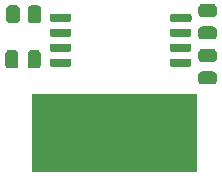
<source format=gts>
G04 #@! TF.GenerationSoftware,KiCad,Pcbnew,7.0.11*
G04 #@! TF.CreationDate,2025-05-05T07:07:12+10:00*
G04 #@! TF.ProjectId,MAP Card,4d415020-4361-4726-942e-6b696361645f,rev?*
G04 #@! TF.SameCoordinates,Original*
G04 #@! TF.FileFunction,Soldermask,Top*
G04 #@! TF.FilePolarity,Negative*
%FSLAX46Y46*%
G04 Gerber Fmt 4.6, Leading zero omitted, Abs format (unit mm)*
G04 Created by KiCad (PCBNEW 7.0.11) date 2025-05-05 07:07:12*
%MOMM*%
%LPD*%
G01*
G04 APERTURE LIST*
G04 APERTURE END LIST*
G36*
X160654056Y-105156000D02*
G01*
X160655000Y-105156000D01*
X160655000Y-105156406D01*
X160657890Y-105159742D01*
X160660000Y-105169437D01*
X160660000Y-111742026D01*
X160655000Y-111759053D01*
X160655000Y-111760000D01*
X160654593Y-111760000D01*
X160651257Y-111762890D01*
X160641562Y-111765000D01*
X146702973Y-111765000D01*
X146685946Y-111760000D01*
X146685000Y-111760000D01*
X146685000Y-111759594D01*
X146682109Y-111756257D01*
X146680000Y-111746562D01*
X146680000Y-105173973D01*
X146685000Y-105156942D01*
X146685000Y-105156000D01*
X146685405Y-105156000D01*
X146688742Y-105153109D01*
X146698438Y-105151000D01*
X160637027Y-105151000D01*
X160654056Y-105156000D01*
G37*
G36*
X162087914Y-103276995D02*
G01*
X162103726Y-103283976D01*
X162111531Y-103285213D01*
X162144039Y-103301776D01*
X162189106Y-103321676D01*
X162267324Y-103399894D01*
X162287226Y-103444967D01*
X162303786Y-103477468D01*
X162305021Y-103485270D01*
X162312005Y-103501086D01*
X162320000Y-103570000D01*
X162320000Y-104070000D01*
X162312005Y-104138914D01*
X162305021Y-104154729D01*
X162303786Y-104162531D01*
X162287229Y-104195024D01*
X162267324Y-104240106D01*
X162189106Y-104318324D01*
X162144024Y-104338229D01*
X162111531Y-104354786D01*
X162103729Y-104356021D01*
X162087914Y-104363005D01*
X162019000Y-104371000D01*
X161069000Y-104371000D01*
X161000086Y-104363005D01*
X160984270Y-104356021D01*
X160976468Y-104354786D01*
X160943967Y-104338226D01*
X160898894Y-104318324D01*
X160820676Y-104240106D01*
X160800776Y-104195039D01*
X160784213Y-104162531D01*
X160782976Y-104154726D01*
X160775995Y-104138914D01*
X160768000Y-104070000D01*
X160768000Y-103570000D01*
X160775995Y-103501086D01*
X160782976Y-103485274D01*
X160784213Y-103477468D01*
X160800780Y-103444953D01*
X160820676Y-103399894D01*
X160898894Y-103321676D01*
X160943953Y-103301780D01*
X160976468Y-103285213D01*
X160984274Y-103283976D01*
X161000086Y-103276995D01*
X161069000Y-103269000D01*
X162019000Y-103269000D01*
X162087914Y-103276995D01*
G37*
G36*
X145291914Y-101466995D02*
G01*
X145307726Y-101473976D01*
X145315531Y-101475213D01*
X145348039Y-101491776D01*
X145393106Y-101511676D01*
X145471324Y-101589894D01*
X145491226Y-101634967D01*
X145507786Y-101667468D01*
X145509021Y-101675270D01*
X145516005Y-101691086D01*
X145524000Y-101760000D01*
X145524000Y-102710000D01*
X145516005Y-102778914D01*
X145509021Y-102794729D01*
X145507786Y-102802531D01*
X145491229Y-102835024D01*
X145471324Y-102880106D01*
X145393106Y-102958324D01*
X145348024Y-102978229D01*
X145315531Y-102994786D01*
X145307729Y-102996021D01*
X145291914Y-103003005D01*
X145223000Y-103011000D01*
X144723000Y-103011000D01*
X144654086Y-103003005D01*
X144638270Y-102996021D01*
X144630468Y-102994786D01*
X144597967Y-102978226D01*
X144552894Y-102958324D01*
X144474676Y-102880106D01*
X144454776Y-102835039D01*
X144438213Y-102802531D01*
X144436976Y-102794726D01*
X144429995Y-102778914D01*
X144422000Y-102710000D01*
X144422000Y-101760000D01*
X144429995Y-101691086D01*
X144436976Y-101675274D01*
X144438213Y-101667468D01*
X144454780Y-101634953D01*
X144474676Y-101589894D01*
X144552894Y-101511676D01*
X144597953Y-101491780D01*
X144630468Y-101475213D01*
X144638274Y-101473976D01*
X144654086Y-101466995D01*
X144723000Y-101459000D01*
X145223000Y-101459000D01*
X145291914Y-101466995D01*
G37*
G36*
X147191914Y-101466995D02*
G01*
X147207726Y-101473976D01*
X147215531Y-101475213D01*
X147248039Y-101491776D01*
X147293106Y-101511676D01*
X147371324Y-101589894D01*
X147391226Y-101634967D01*
X147407786Y-101667468D01*
X147409021Y-101675270D01*
X147416005Y-101691086D01*
X147424000Y-101760000D01*
X147424000Y-102710000D01*
X147416005Y-102778914D01*
X147409021Y-102794729D01*
X147407786Y-102802531D01*
X147391229Y-102835024D01*
X147371324Y-102880106D01*
X147293106Y-102958324D01*
X147248024Y-102978229D01*
X147215531Y-102994786D01*
X147207729Y-102996021D01*
X147191914Y-103003005D01*
X147123000Y-103011000D01*
X146623000Y-103011000D01*
X146554086Y-103003005D01*
X146538270Y-102996021D01*
X146530468Y-102994786D01*
X146497967Y-102978226D01*
X146452894Y-102958324D01*
X146374676Y-102880106D01*
X146354776Y-102835039D01*
X146338213Y-102802531D01*
X146336976Y-102794726D01*
X146329995Y-102778914D01*
X146322000Y-102710000D01*
X146322000Y-101760000D01*
X146329995Y-101691086D01*
X146336976Y-101675274D01*
X146338213Y-101667468D01*
X146354780Y-101634953D01*
X146374676Y-101589894D01*
X146452894Y-101511676D01*
X146497953Y-101491780D01*
X146530468Y-101475213D01*
X146538274Y-101473976D01*
X146554086Y-101466995D01*
X146623000Y-101459000D01*
X147123000Y-101459000D01*
X147191914Y-101466995D01*
G37*
G36*
X149826540Y-102187190D02*
G01*
X149859487Y-102191528D01*
X149867774Y-102195392D01*
X149887419Y-102199300D01*
X149913438Y-102216686D01*
X149924680Y-102221928D01*
X149931519Y-102228767D01*
X149952628Y-102242872D01*
X149966732Y-102263980D01*
X149973571Y-102270819D01*
X149978812Y-102282058D01*
X149996200Y-102308081D01*
X150000107Y-102327727D01*
X150003971Y-102336012D01*
X150008306Y-102368946D01*
X150011500Y-102385000D01*
X150011500Y-102685000D01*
X150008306Y-102701054D01*
X150003971Y-102733987D01*
X150000108Y-102742270D01*
X149996200Y-102761919D01*
X149978810Y-102787943D01*
X149973571Y-102799180D01*
X149966734Y-102806016D01*
X149952628Y-102827128D01*
X149931516Y-102841234D01*
X149924680Y-102848071D01*
X149913443Y-102853310D01*
X149887419Y-102870700D01*
X149867770Y-102874608D01*
X149859487Y-102878471D01*
X149826554Y-102882806D01*
X149810500Y-102886000D01*
X148385500Y-102886000D01*
X148369446Y-102882806D01*
X148336512Y-102878471D01*
X148328227Y-102874607D01*
X148308581Y-102870700D01*
X148282558Y-102853312D01*
X148271319Y-102848071D01*
X148264480Y-102841232D01*
X148243372Y-102827128D01*
X148229267Y-102806019D01*
X148222428Y-102799180D01*
X148217186Y-102787938D01*
X148199800Y-102761919D01*
X148195892Y-102742274D01*
X148192028Y-102733987D01*
X148187690Y-102701040D01*
X148184500Y-102685000D01*
X148184500Y-102385000D01*
X148187690Y-102368961D01*
X148192028Y-102336012D01*
X148195892Y-102327723D01*
X148199800Y-102308081D01*
X148217184Y-102282063D01*
X148222428Y-102270819D01*
X148229269Y-102263977D01*
X148243372Y-102242872D01*
X148264477Y-102228769D01*
X148271319Y-102221928D01*
X148282563Y-102216684D01*
X148308581Y-102199300D01*
X148328223Y-102195392D01*
X148336512Y-102191528D01*
X148369461Y-102187190D01*
X148385500Y-102184000D01*
X149810500Y-102184000D01*
X149826540Y-102187190D01*
G37*
G36*
X159986540Y-102187190D02*
G01*
X160019487Y-102191528D01*
X160027774Y-102195392D01*
X160047419Y-102199300D01*
X160073438Y-102216686D01*
X160084680Y-102221928D01*
X160091519Y-102228767D01*
X160112628Y-102242872D01*
X160126732Y-102263980D01*
X160133571Y-102270819D01*
X160138812Y-102282058D01*
X160156200Y-102308081D01*
X160160107Y-102327727D01*
X160163971Y-102336012D01*
X160168306Y-102368946D01*
X160171500Y-102385000D01*
X160171500Y-102685000D01*
X160168306Y-102701054D01*
X160163971Y-102733987D01*
X160160108Y-102742270D01*
X160156200Y-102761919D01*
X160138810Y-102787943D01*
X160133571Y-102799180D01*
X160126734Y-102806016D01*
X160112628Y-102827128D01*
X160091516Y-102841234D01*
X160084680Y-102848071D01*
X160073443Y-102853310D01*
X160047419Y-102870700D01*
X160027770Y-102874608D01*
X160019487Y-102878471D01*
X159986554Y-102882806D01*
X159970500Y-102886000D01*
X158545500Y-102886000D01*
X158529446Y-102882806D01*
X158496512Y-102878471D01*
X158488227Y-102874607D01*
X158468581Y-102870700D01*
X158442558Y-102853312D01*
X158431319Y-102848071D01*
X158424480Y-102841232D01*
X158403372Y-102827128D01*
X158389267Y-102806019D01*
X158382428Y-102799180D01*
X158377186Y-102787938D01*
X158359800Y-102761919D01*
X158355892Y-102742274D01*
X158352028Y-102733987D01*
X158347690Y-102701040D01*
X158344500Y-102685000D01*
X158344500Y-102385000D01*
X158347690Y-102368961D01*
X158352028Y-102336012D01*
X158355892Y-102327723D01*
X158359800Y-102308081D01*
X158377184Y-102282063D01*
X158382428Y-102270819D01*
X158389269Y-102263977D01*
X158403372Y-102242872D01*
X158424477Y-102228769D01*
X158431319Y-102221928D01*
X158442563Y-102216684D01*
X158468581Y-102199300D01*
X158488223Y-102195392D01*
X158496512Y-102191528D01*
X158529461Y-102187190D01*
X158545500Y-102184000D01*
X159970500Y-102184000D01*
X159986540Y-102187190D01*
G37*
G36*
X162087914Y-101376995D02*
G01*
X162103726Y-101383976D01*
X162111531Y-101385213D01*
X162144039Y-101401776D01*
X162189106Y-101421676D01*
X162267324Y-101499894D01*
X162287226Y-101544967D01*
X162303786Y-101577468D01*
X162305021Y-101585270D01*
X162312005Y-101601086D01*
X162320000Y-101670000D01*
X162320000Y-102170000D01*
X162312005Y-102238914D01*
X162305021Y-102254729D01*
X162303786Y-102262531D01*
X162287229Y-102295024D01*
X162267324Y-102340106D01*
X162189106Y-102418324D01*
X162144024Y-102438229D01*
X162111531Y-102454786D01*
X162103729Y-102456021D01*
X162087914Y-102463005D01*
X162019000Y-102471000D01*
X161069000Y-102471000D01*
X161000086Y-102463005D01*
X160984270Y-102456021D01*
X160976468Y-102454786D01*
X160943967Y-102438226D01*
X160898894Y-102418324D01*
X160820676Y-102340106D01*
X160800776Y-102295039D01*
X160784213Y-102262531D01*
X160782976Y-102254726D01*
X160775995Y-102238914D01*
X160768000Y-102170000D01*
X160768000Y-101670000D01*
X160775995Y-101601086D01*
X160782976Y-101585274D01*
X160784213Y-101577468D01*
X160800780Y-101544953D01*
X160820676Y-101499894D01*
X160898894Y-101421676D01*
X160943953Y-101401780D01*
X160976468Y-101385213D01*
X160984274Y-101383976D01*
X161000086Y-101376995D01*
X161069000Y-101369000D01*
X162019000Y-101369000D01*
X162087914Y-101376995D01*
G37*
G36*
X149826540Y-100917190D02*
G01*
X149859487Y-100921528D01*
X149867774Y-100925392D01*
X149887419Y-100929300D01*
X149913438Y-100946686D01*
X149924680Y-100951928D01*
X149931519Y-100958767D01*
X149952628Y-100972872D01*
X149966732Y-100993980D01*
X149973571Y-101000819D01*
X149978812Y-101012058D01*
X149996200Y-101038081D01*
X150000107Y-101057727D01*
X150003971Y-101066012D01*
X150008306Y-101098946D01*
X150011500Y-101115000D01*
X150011500Y-101415000D01*
X150008306Y-101431054D01*
X150003971Y-101463987D01*
X150000108Y-101472270D01*
X149996200Y-101491919D01*
X149978810Y-101517943D01*
X149973571Y-101529180D01*
X149966734Y-101536016D01*
X149952628Y-101557128D01*
X149931516Y-101571234D01*
X149924680Y-101578071D01*
X149913443Y-101583310D01*
X149887419Y-101600700D01*
X149867770Y-101604608D01*
X149859487Y-101608471D01*
X149826554Y-101612806D01*
X149810500Y-101616000D01*
X148385500Y-101616000D01*
X148369446Y-101612806D01*
X148336512Y-101608471D01*
X148328227Y-101604607D01*
X148308581Y-101600700D01*
X148282558Y-101583312D01*
X148271319Y-101578071D01*
X148264480Y-101571232D01*
X148243372Y-101557128D01*
X148229267Y-101536019D01*
X148222428Y-101529180D01*
X148217186Y-101517938D01*
X148199800Y-101491919D01*
X148195892Y-101472274D01*
X148192028Y-101463987D01*
X148187690Y-101431040D01*
X148184500Y-101415000D01*
X148184500Y-101115000D01*
X148187690Y-101098961D01*
X148192028Y-101066012D01*
X148195892Y-101057723D01*
X148199800Y-101038081D01*
X148217184Y-101012063D01*
X148222428Y-101000819D01*
X148229269Y-100993977D01*
X148243372Y-100972872D01*
X148264477Y-100958769D01*
X148271319Y-100951928D01*
X148282563Y-100946684D01*
X148308581Y-100929300D01*
X148328223Y-100925392D01*
X148336512Y-100921528D01*
X148369461Y-100917190D01*
X148385500Y-100914000D01*
X149810500Y-100914000D01*
X149826540Y-100917190D01*
G37*
G36*
X159986540Y-100917190D02*
G01*
X160019487Y-100921528D01*
X160027774Y-100925392D01*
X160047419Y-100929300D01*
X160073438Y-100946686D01*
X160084680Y-100951928D01*
X160091519Y-100958767D01*
X160112628Y-100972872D01*
X160126732Y-100993980D01*
X160133571Y-101000819D01*
X160138812Y-101012058D01*
X160156200Y-101038081D01*
X160160107Y-101057727D01*
X160163971Y-101066012D01*
X160168306Y-101098946D01*
X160171500Y-101115000D01*
X160171500Y-101415000D01*
X160168306Y-101431054D01*
X160163971Y-101463987D01*
X160160108Y-101472270D01*
X160156200Y-101491919D01*
X160138810Y-101517943D01*
X160133571Y-101529180D01*
X160126734Y-101536016D01*
X160112628Y-101557128D01*
X160091516Y-101571234D01*
X160084680Y-101578071D01*
X160073443Y-101583310D01*
X160047419Y-101600700D01*
X160027770Y-101604608D01*
X160019487Y-101608471D01*
X159986554Y-101612806D01*
X159970500Y-101616000D01*
X158545500Y-101616000D01*
X158529446Y-101612806D01*
X158496512Y-101608471D01*
X158488227Y-101604607D01*
X158468581Y-101600700D01*
X158442558Y-101583312D01*
X158431319Y-101578071D01*
X158424480Y-101571232D01*
X158403372Y-101557128D01*
X158389267Y-101536019D01*
X158382428Y-101529180D01*
X158377186Y-101517938D01*
X158359800Y-101491919D01*
X158355892Y-101472274D01*
X158352028Y-101463987D01*
X158347690Y-101431040D01*
X158344500Y-101415000D01*
X158344500Y-101115000D01*
X158347690Y-101098961D01*
X158352028Y-101066012D01*
X158355892Y-101057723D01*
X158359800Y-101038081D01*
X158377184Y-101012063D01*
X158382428Y-101000819D01*
X158389269Y-100993977D01*
X158403372Y-100972872D01*
X158424477Y-100958769D01*
X158431319Y-100951928D01*
X158442563Y-100946684D01*
X158468581Y-100929300D01*
X158488223Y-100925392D01*
X158496512Y-100921528D01*
X158529461Y-100917190D01*
X158545500Y-100914000D01*
X159970500Y-100914000D01*
X159986540Y-100917190D01*
G37*
G36*
X162087914Y-99466995D02*
G01*
X162103726Y-99473976D01*
X162111531Y-99475213D01*
X162144039Y-99491776D01*
X162189106Y-99511676D01*
X162267324Y-99589894D01*
X162287226Y-99634967D01*
X162303786Y-99667468D01*
X162305021Y-99675270D01*
X162312005Y-99691086D01*
X162320000Y-99760000D01*
X162320000Y-100260000D01*
X162312005Y-100328914D01*
X162305021Y-100344729D01*
X162303786Y-100352531D01*
X162287229Y-100385024D01*
X162267324Y-100430106D01*
X162189106Y-100508324D01*
X162144024Y-100528229D01*
X162111531Y-100544786D01*
X162103729Y-100546021D01*
X162087914Y-100553005D01*
X162019000Y-100561000D01*
X161069000Y-100561000D01*
X161000086Y-100553005D01*
X160984270Y-100546021D01*
X160976468Y-100544786D01*
X160943967Y-100528226D01*
X160898894Y-100508324D01*
X160820676Y-100430106D01*
X160800776Y-100385039D01*
X160784213Y-100352531D01*
X160782976Y-100344726D01*
X160775995Y-100328914D01*
X160768000Y-100260000D01*
X160768000Y-99760000D01*
X160775995Y-99691086D01*
X160782976Y-99675274D01*
X160784213Y-99667468D01*
X160800780Y-99634953D01*
X160820676Y-99589894D01*
X160898894Y-99511676D01*
X160943953Y-99491780D01*
X160976468Y-99475213D01*
X160984274Y-99473976D01*
X161000086Y-99466995D01*
X161069000Y-99459000D01*
X162019000Y-99459000D01*
X162087914Y-99466995D01*
G37*
G36*
X149826540Y-99647190D02*
G01*
X149859487Y-99651528D01*
X149867774Y-99655392D01*
X149887419Y-99659300D01*
X149913438Y-99676686D01*
X149924680Y-99681928D01*
X149931519Y-99688767D01*
X149952628Y-99702872D01*
X149966732Y-99723980D01*
X149973571Y-99730819D01*
X149978812Y-99742058D01*
X149996200Y-99768081D01*
X150000107Y-99787727D01*
X150003971Y-99796012D01*
X150008306Y-99828946D01*
X150011500Y-99845000D01*
X150011500Y-100145000D01*
X150008306Y-100161054D01*
X150003971Y-100193987D01*
X150000108Y-100202270D01*
X149996200Y-100221919D01*
X149978810Y-100247943D01*
X149973571Y-100259180D01*
X149966734Y-100266016D01*
X149952628Y-100287128D01*
X149931516Y-100301234D01*
X149924680Y-100308071D01*
X149913443Y-100313310D01*
X149887419Y-100330700D01*
X149867770Y-100334608D01*
X149859487Y-100338471D01*
X149826554Y-100342806D01*
X149810500Y-100346000D01*
X148385500Y-100346000D01*
X148369446Y-100342806D01*
X148336512Y-100338471D01*
X148328227Y-100334607D01*
X148308581Y-100330700D01*
X148282558Y-100313312D01*
X148271319Y-100308071D01*
X148264480Y-100301232D01*
X148243372Y-100287128D01*
X148229267Y-100266019D01*
X148222428Y-100259180D01*
X148217186Y-100247938D01*
X148199800Y-100221919D01*
X148195892Y-100202274D01*
X148192028Y-100193987D01*
X148187690Y-100161040D01*
X148184500Y-100145000D01*
X148184500Y-99845000D01*
X148187690Y-99828961D01*
X148192028Y-99796012D01*
X148195892Y-99787723D01*
X148199800Y-99768081D01*
X148217184Y-99742063D01*
X148222428Y-99730819D01*
X148229269Y-99723977D01*
X148243372Y-99702872D01*
X148264477Y-99688769D01*
X148271319Y-99681928D01*
X148282563Y-99676684D01*
X148308581Y-99659300D01*
X148328223Y-99655392D01*
X148336512Y-99651528D01*
X148369461Y-99647190D01*
X148385500Y-99644000D01*
X149810500Y-99644000D01*
X149826540Y-99647190D01*
G37*
G36*
X159986540Y-99647190D02*
G01*
X160019487Y-99651528D01*
X160027774Y-99655392D01*
X160047419Y-99659300D01*
X160073438Y-99676686D01*
X160084680Y-99681928D01*
X160091519Y-99688767D01*
X160112628Y-99702872D01*
X160126732Y-99723980D01*
X160133571Y-99730819D01*
X160138812Y-99742058D01*
X160156200Y-99768081D01*
X160160107Y-99787727D01*
X160163971Y-99796012D01*
X160168306Y-99828946D01*
X160171500Y-99845000D01*
X160171500Y-100145000D01*
X160168306Y-100161054D01*
X160163971Y-100193987D01*
X160160108Y-100202270D01*
X160156200Y-100221919D01*
X160138810Y-100247943D01*
X160133571Y-100259180D01*
X160126734Y-100266016D01*
X160112628Y-100287128D01*
X160091516Y-100301234D01*
X160084680Y-100308071D01*
X160073443Y-100313310D01*
X160047419Y-100330700D01*
X160027770Y-100334608D01*
X160019487Y-100338471D01*
X159986554Y-100342806D01*
X159970500Y-100346000D01*
X158545500Y-100346000D01*
X158529446Y-100342806D01*
X158496512Y-100338471D01*
X158488227Y-100334607D01*
X158468581Y-100330700D01*
X158442558Y-100313312D01*
X158431319Y-100308071D01*
X158424480Y-100301232D01*
X158403372Y-100287128D01*
X158389267Y-100266019D01*
X158382428Y-100259180D01*
X158377186Y-100247938D01*
X158359800Y-100221919D01*
X158355892Y-100202274D01*
X158352028Y-100193987D01*
X158347690Y-100161040D01*
X158344500Y-100145000D01*
X158344500Y-99845000D01*
X158347690Y-99828961D01*
X158352028Y-99796012D01*
X158355892Y-99787723D01*
X158359800Y-99768081D01*
X158377184Y-99742063D01*
X158382428Y-99730819D01*
X158389269Y-99723977D01*
X158403372Y-99702872D01*
X158424477Y-99688769D01*
X158431319Y-99681928D01*
X158442563Y-99676684D01*
X158468581Y-99659300D01*
X158488223Y-99655392D01*
X158496512Y-99651528D01*
X158529461Y-99647190D01*
X158545500Y-99644000D01*
X159970500Y-99644000D01*
X159986540Y-99647190D01*
G37*
G36*
X145405414Y-97681995D02*
G01*
X145421226Y-97688976D01*
X145429031Y-97690213D01*
X145461539Y-97706776D01*
X145506606Y-97726676D01*
X145584824Y-97804894D01*
X145604726Y-97849967D01*
X145621286Y-97882468D01*
X145622521Y-97890270D01*
X145629505Y-97906086D01*
X145637500Y-97975000D01*
X145637500Y-98875000D01*
X145629505Y-98943914D01*
X145622521Y-98959729D01*
X145621286Y-98967531D01*
X145604729Y-99000024D01*
X145584824Y-99045106D01*
X145506606Y-99123324D01*
X145461524Y-99143229D01*
X145429031Y-99159786D01*
X145421229Y-99161021D01*
X145405414Y-99168005D01*
X145336500Y-99176000D01*
X144811500Y-99176000D01*
X144742586Y-99168005D01*
X144726770Y-99161021D01*
X144718968Y-99159786D01*
X144686467Y-99143226D01*
X144641394Y-99123324D01*
X144563176Y-99045106D01*
X144543276Y-99000039D01*
X144526713Y-98967531D01*
X144525476Y-98959726D01*
X144518495Y-98943914D01*
X144510500Y-98875000D01*
X144510500Y-97975000D01*
X144518495Y-97906086D01*
X144525476Y-97890274D01*
X144526713Y-97882468D01*
X144543280Y-97849953D01*
X144563176Y-97804894D01*
X144641394Y-97726676D01*
X144686453Y-97706780D01*
X144718968Y-97690213D01*
X144726774Y-97688976D01*
X144742586Y-97681995D01*
X144811500Y-97674000D01*
X145336500Y-97674000D01*
X145405414Y-97681995D01*
G37*
G36*
X147230414Y-97681995D02*
G01*
X147246226Y-97688976D01*
X147254031Y-97690213D01*
X147286539Y-97706776D01*
X147331606Y-97726676D01*
X147409824Y-97804894D01*
X147429726Y-97849967D01*
X147446286Y-97882468D01*
X147447521Y-97890270D01*
X147454505Y-97906086D01*
X147462500Y-97975000D01*
X147462500Y-98875000D01*
X147454505Y-98943914D01*
X147447521Y-98959729D01*
X147446286Y-98967531D01*
X147429729Y-99000024D01*
X147409824Y-99045106D01*
X147331606Y-99123324D01*
X147286524Y-99143229D01*
X147254031Y-99159786D01*
X147246229Y-99161021D01*
X147230414Y-99168005D01*
X147161500Y-99176000D01*
X146636500Y-99176000D01*
X146567586Y-99168005D01*
X146551770Y-99161021D01*
X146543968Y-99159786D01*
X146511467Y-99143226D01*
X146466394Y-99123324D01*
X146388176Y-99045106D01*
X146368276Y-99000039D01*
X146351713Y-98967531D01*
X146350476Y-98959726D01*
X146343495Y-98943914D01*
X146335500Y-98875000D01*
X146335500Y-97975000D01*
X146343495Y-97906086D01*
X146350476Y-97890274D01*
X146351713Y-97882468D01*
X146368280Y-97849953D01*
X146388176Y-97804894D01*
X146466394Y-97726676D01*
X146511453Y-97706780D01*
X146543968Y-97690213D01*
X146551774Y-97688976D01*
X146567586Y-97681995D01*
X146636500Y-97674000D01*
X147161500Y-97674000D01*
X147230414Y-97681995D01*
G37*
G36*
X149826540Y-98377190D02*
G01*
X149859487Y-98381528D01*
X149867774Y-98385392D01*
X149887419Y-98389300D01*
X149913438Y-98406686D01*
X149924680Y-98411928D01*
X149931519Y-98418767D01*
X149952628Y-98432872D01*
X149966732Y-98453980D01*
X149973571Y-98460819D01*
X149978812Y-98472058D01*
X149996200Y-98498081D01*
X150000107Y-98517727D01*
X150003971Y-98526012D01*
X150008306Y-98558946D01*
X150011500Y-98575000D01*
X150011500Y-98875000D01*
X150008306Y-98891054D01*
X150003971Y-98923987D01*
X150000108Y-98932270D01*
X149996200Y-98951919D01*
X149978810Y-98977943D01*
X149973571Y-98989180D01*
X149966734Y-98996016D01*
X149952628Y-99017128D01*
X149931516Y-99031234D01*
X149924680Y-99038071D01*
X149913443Y-99043310D01*
X149887419Y-99060700D01*
X149867770Y-99064608D01*
X149859487Y-99068471D01*
X149826554Y-99072806D01*
X149810500Y-99076000D01*
X148385500Y-99076000D01*
X148369446Y-99072806D01*
X148336512Y-99068471D01*
X148328227Y-99064607D01*
X148308581Y-99060700D01*
X148282558Y-99043312D01*
X148271319Y-99038071D01*
X148264480Y-99031232D01*
X148243372Y-99017128D01*
X148229267Y-98996019D01*
X148222428Y-98989180D01*
X148217186Y-98977938D01*
X148199800Y-98951919D01*
X148195892Y-98932274D01*
X148192028Y-98923987D01*
X148187690Y-98891040D01*
X148184500Y-98875000D01*
X148184500Y-98575000D01*
X148187690Y-98558961D01*
X148192028Y-98526012D01*
X148195892Y-98517723D01*
X148199800Y-98498081D01*
X148217184Y-98472063D01*
X148222428Y-98460819D01*
X148229269Y-98453977D01*
X148243372Y-98432872D01*
X148264477Y-98418769D01*
X148271319Y-98411928D01*
X148282563Y-98406684D01*
X148308581Y-98389300D01*
X148328223Y-98385392D01*
X148336512Y-98381528D01*
X148369461Y-98377190D01*
X148385500Y-98374000D01*
X149810500Y-98374000D01*
X149826540Y-98377190D01*
G37*
G36*
X160006540Y-98377190D02*
G01*
X160039487Y-98381528D01*
X160047774Y-98385392D01*
X160067419Y-98389300D01*
X160093438Y-98406686D01*
X160104680Y-98411928D01*
X160111519Y-98418767D01*
X160132628Y-98432872D01*
X160146732Y-98453980D01*
X160153571Y-98460819D01*
X160158812Y-98472058D01*
X160176200Y-98498081D01*
X160180107Y-98517727D01*
X160183971Y-98526012D01*
X160188306Y-98558946D01*
X160191500Y-98575000D01*
X160191500Y-98875000D01*
X160188306Y-98891054D01*
X160183971Y-98923987D01*
X160180108Y-98932270D01*
X160176200Y-98951919D01*
X160158810Y-98977943D01*
X160153571Y-98989180D01*
X160146734Y-98996016D01*
X160132628Y-99017128D01*
X160111516Y-99031234D01*
X160104680Y-99038071D01*
X160093443Y-99043310D01*
X160067419Y-99060700D01*
X160047770Y-99064608D01*
X160039487Y-99068471D01*
X160006554Y-99072806D01*
X159990500Y-99076000D01*
X158565500Y-99076000D01*
X158549446Y-99072806D01*
X158516512Y-99068471D01*
X158508227Y-99064607D01*
X158488581Y-99060700D01*
X158462558Y-99043312D01*
X158451319Y-99038071D01*
X158444480Y-99031232D01*
X158423372Y-99017128D01*
X158409267Y-98996019D01*
X158402428Y-98989180D01*
X158397186Y-98977938D01*
X158379800Y-98951919D01*
X158375892Y-98932274D01*
X158372028Y-98923987D01*
X158367690Y-98891040D01*
X158364500Y-98875000D01*
X158364500Y-98575000D01*
X158367690Y-98558961D01*
X158372028Y-98526012D01*
X158375892Y-98517723D01*
X158379800Y-98498081D01*
X158397184Y-98472063D01*
X158402428Y-98460819D01*
X158409269Y-98453977D01*
X158423372Y-98432872D01*
X158444477Y-98418769D01*
X158451319Y-98411928D01*
X158462563Y-98406684D01*
X158488581Y-98389300D01*
X158508223Y-98385392D01*
X158516512Y-98381528D01*
X158549461Y-98377190D01*
X158565500Y-98374000D01*
X159990500Y-98374000D01*
X160006540Y-98377190D01*
G37*
G36*
X162087914Y-97566995D02*
G01*
X162103726Y-97573976D01*
X162111531Y-97575213D01*
X162144039Y-97591776D01*
X162189106Y-97611676D01*
X162267324Y-97689894D01*
X162287226Y-97734967D01*
X162303786Y-97767468D01*
X162305021Y-97775270D01*
X162312005Y-97791086D01*
X162320000Y-97860000D01*
X162320000Y-98360000D01*
X162312005Y-98428914D01*
X162305021Y-98444729D01*
X162303786Y-98452531D01*
X162287229Y-98485024D01*
X162267324Y-98530106D01*
X162189106Y-98608324D01*
X162144024Y-98628229D01*
X162111531Y-98644786D01*
X162103729Y-98646021D01*
X162087914Y-98653005D01*
X162019000Y-98661000D01*
X161069000Y-98661000D01*
X161000086Y-98653005D01*
X160984270Y-98646021D01*
X160976468Y-98644786D01*
X160943967Y-98628226D01*
X160898894Y-98608324D01*
X160820676Y-98530106D01*
X160800776Y-98485039D01*
X160784213Y-98452531D01*
X160782976Y-98444726D01*
X160775995Y-98428914D01*
X160768000Y-98360000D01*
X160768000Y-97860000D01*
X160775995Y-97791086D01*
X160782976Y-97775274D01*
X160784213Y-97767468D01*
X160800780Y-97734953D01*
X160820676Y-97689894D01*
X160898894Y-97611676D01*
X160943953Y-97591780D01*
X160976468Y-97575213D01*
X160984274Y-97573976D01*
X161000086Y-97566995D01*
X161069000Y-97559000D01*
X162019000Y-97559000D01*
X162087914Y-97566995D01*
G37*
M02*

</source>
